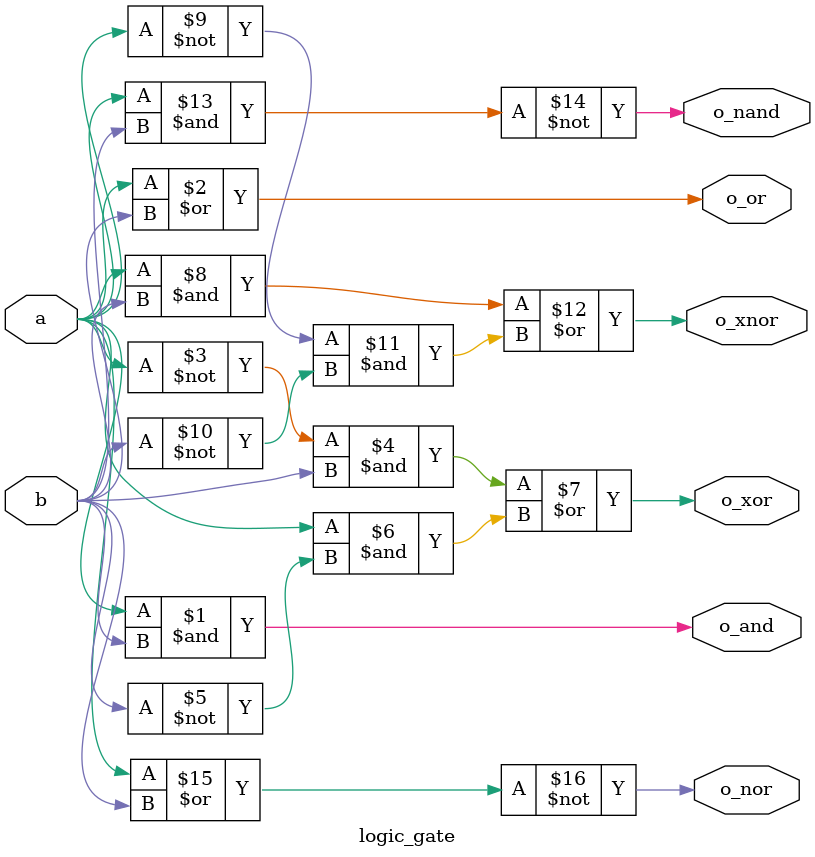
<source format=v>
`timescale 1ns / 1ps


module logic_gate(
    input wire a,
    input wire b,

    output wire o_and,
    output wire o_or,
    output wire o_xor,
    output wire o_xnor,
    output wire o_nand,
    output wire o_nor
    );
    assign o_and = a&b;
    assign o_or = a|b;
    assign o_xor = (~a&b)|(a&~b);
    assign o_xnor = (a&b)|(~a&~b);
    assign o_nand = ~(a&b);
    assign o_nor = ~(a|b);
endmodule

</source>
